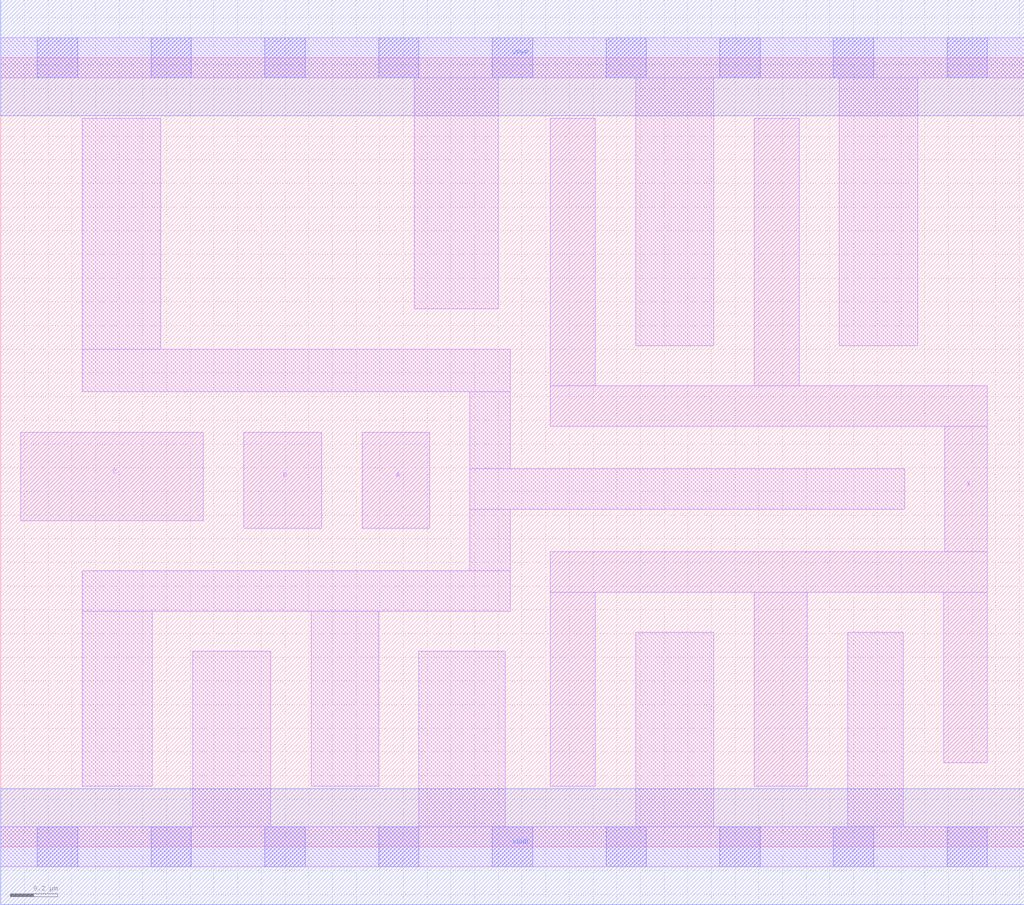
<source format=lef>
# Copyright 2020 The SkyWater PDK Authors
#
# Licensed under the Apache License, Version 2.0 (the "License");
# you may not use this file except in compliance with the License.
# You may obtain a copy of the License at
#
#     https://www.apache.org/licenses/LICENSE-2.0
#
# Unless required by applicable law or agreed to in writing, software
# distributed under the License is distributed on an "AS IS" BASIS,
# WITHOUT WARRANTIES OR CONDITIONS OF ANY KIND, either express or implied.
# See the License for the specific language governing permissions and
# limitations under the License.
#
# SPDX-License-Identifier: Apache-2.0

VERSION 5.7 ;
  NOWIREEXTENSIONATPIN ON ;
  DIVIDERCHAR "/" ;
  BUSBITCHARS "[]" ;
UNITS
  DATABASE MICRONS 200 ;
END UNITS
MACRO sky130_fd_sc_lp__or3_4
  CLASS CORE ;
  FOREIGN sky130_fd_sc_lp__or3_4 ;
  ORIGIN  0.000000  0.000000 ;
  SIZE  4.320000 BY  3.330000 ;
  SYMMETRY X Y R90 ;
  SITE unit ;
  PIN A
    ANTENNAGATEAREA  0.315000 ;
    DIRECTION INPUT ;
    USE SIGNAL ;
    PORT
      LAYER li1 ;
        RECT 1.525000 1.345000 1.810000 1.750000 ;
    END
  END A
  PIN B
    ANTENNAGATEAREA  0.315000 ;
    DIRECTION INPUT ;
    USE SIGNAL ;
    PORT
      LAYER li1 ;
        RECT 1.025000 1.345000 1.355000 1.750000 ;
    END
  END B
  PIN C
    ANTENNAGATEAREA  0.315000 ;
    DIRECTION INPUT ;
    USE SIGNAL ;
    PORT
      LAYER li1 ;
        RECT 0.085000 1.375000 0.855000 1.750000 ;
    END
  END C
  PIN X
    ANTENNADIFFAREA  1.176000 ;
    DIRECTION OUTPUT ;
    USE SIGNAL ;
    PORT
      LAYER li1 ;
        RECT 2.320000 0.255000 2.510000 1.075000 ;
        RECT 2.320000 1.075000 4.165000 1.245000 ;
        RECT 2.320000 1.775000 4.165000 1.945000 ;
        RECT 2.320000 1.945000 2.510000 3.075000 ;
        RECT 3.180000 0.255000 3.405000 1.075000 ;
        RECT 3.180000 1.945000 3.370000 3.075000 ;
        RECT 3.980000 0.355000 4.165000 1.075000 ;
        RECT 3.985000 1.245000 4.165000 1.775000 ;
    END
  END X
  PIN VGND
    DIRECTION INOUT ;
    USE GROUND ;
    PORT
      LAYER met1 ;
        RECT 0.000000 -0.245000 4.320000 0.245000 ;
    END
  END VGND
  PIN VPWR
    DIRECTION INOUT ;
    USE POWER ;
    PORT
      LAYER met1 ;
        RECT 0.000000 3.085000 4.320000 3.575000 ;
    END
  END VPWR
  OBS
    LAYER li1 ;
      RECT 0.000000 -0.085000 4.320000 0.085000 ;
      RECT 0.000000  3.245000 4.320000 3.415000 ;
      RECT 0.345000  0.255000 0.640000 0.995000 ;
      RECT 0.345000  0.995000 2.150000 1.165000 ;
      RECT 0.345000  1.920000 2.150000 2.100000 ;
      RECT 0.345000  2.100000 0.675000 3.075000 ;
      RECT 0.810000  0.085000 1.140000 0.825000 ;
      RECT 1.310000  0.255000 1.595000 0.995000 ;
      RECT 1.745000  2.270000 2.100000 3.245000 ;
      RECT 1.765000  0.085000 2.130000 0.825000 ;
      RECT 1.980000  1.165000 2.150000 1.425000 ;
      RECT 1.980000  1.425000 3.815000 1.595000 ;
      RECT 1.980000  1.595000 2.150000 1.920000 ;
      RECT 2.680000  0.085000 3.010000 0.905000 ;
      RECT 2.680000  2.115000 3.010000 3.245000 ;
      RECT 3.540000  2.115000 3.870000 3.245000 ;
      RECT 3.575000  0.085000 3.810000 0.905000 ;
    LAYER mcon ;
      RECT 0.155000 -0.085000 0.325000 0.085000 ;
      RECT 0.155000  3.245000 0.325000 3.415000 ;
      RECT 0.635000 -0.085000 0.805000 0.085000 ;
      RECT 0.635000  3.245000 0.805000 3.415000 ;
      RECT 1.115000 -0.085000 1.285000 0.085000 ;
      RECT 1.115000  3.245000 1.285000 3.415000 ;
      RECT 1.595000 -0.085000 1.765000 0.085000 ;
      RECT 1.595000  3.245000 1.765000 3.415000 ;
      RECT 2.075000 -0.085000 2.245000 0.085000 ;
      RECT 2.075000  3.245000 2.245000 3.415000 ;
      RECT 2.555000 -0.085000 2.725000 0.085000 ;
      RECT 2.555000  3.245000 2.725000 3.415000 ;
      RECT 3.035000 -0.085000 3.205000 0.085000 ;
      RECT 3.035000  3.245000 3.205000 3.415000 ;
      RECT 3.515000 -0.085000 3.685000 0.085000 ;
      RECT 3.515000  3.245000 3.685000 3.415000 ;
      RECT 3.995000 -0.085000 4.165000 0.085000 ;
      RECT 3.995000  3.245000 4.165000 3.415000 ;
  END
END sky130_fd_sc_lp__or3_4
END LIBRARY

</source>
